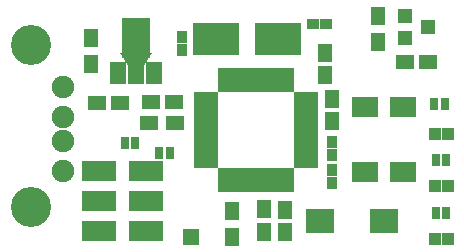
<source format=gts>
G04 #@! TF.GenerationSoftware,KiCad,Pcbnew,5.1.2-f72e74a~84~ubuntu16.04.1*
G04 #@! TF.CreationDate,2019-05-31T10:16:47+03:00*
G04 #@! TF.ProjectId,serial_gw_ATSAMD21E,73657269-616c-45f6-9777-5f415453414d,rev?*
G04 #@! TF.SameCoordinates,Original*
G04 #@! TF.FileFunction,Soldermask,Top*
G04 #@! TF.FilePolarity,Negative*
%FSLAX46Y46*%
G04 Gerber Fmt 4.6, Leading zero omitted, Abs format (unit mm)*
G04 Created by KiCad (PCBNEW 5.1.2-f72e74a~84~ubuntu16.04.1) date 2019-05-31 10:16:47*
%MOMM*%
%LPD*%
G04 APERTURE LIST*
%ADD10C,1.901140*%
%ADD11C,3.399740*%
%ADD12R,0.800000X1.000000*%
%ADD13R,1.000000X1.100000*%
%ADD14R,2.300000X1.700000*%
%ADD15R,1.400000X1.400000*%
%ADD16R,1.150000X1.600000*%
%ADD17R,0.900000X1.000000*%
%ADD18R,1.600000X1.150000*%
%ADD19R,1.000000X0.900000*%
%ADD20R,2.900000X1.670000*%
%ADD21R,1.300000X1.600000*%
%ADD22R,1.600000X1.300000*%
%ADD23R,2.400000X2.000000*%
%ADD24R,0.950000X2.000000*%
%ADD25R,2.000000X0.950000*%
%ADD26R,1.300000X1.200000*%
%ADD27C,1.150000*%
%ADD28C,0.100000*%
%ADD29R,2.400000X3.400000*%
%ADD30R,1.400000X1.900000*%
%ADD31R,3.900000X2.800000*%
G04 APERTURE END LIST*
D10*
X109802120Y-91712860D03*
X109802120Y-89172860D03*
X109802120Y-87140860D03*
X109802120Y-84600860D03*
D11*
X107135120Y-94760860D03*
X107135120Y-81044860D03*
D12*
X118850000Y-90200000D03*
X117950000Y-90200000D03*
X115050000Y-89400000D03*
X115950000Y-89400000D03*
X142150000Y-86100000D03*
X141250000Y-86100000D03*
X142300000Y-95300000D03*
X141400000Y-95300000D03*
X142300000Y-90800000D03*
X141400000Y-90800000D03*
D13*
X142400000Y-88600000D03*
X141300000Y-88600000D03*
X142400000Y-93000000D03*
X141300000Y-93000000D03*
X142400000Y-97500000D03*
X141300000Y-97500000D03*
D14*
X138600000Y-91850000D03*
X138600000Y-86350000D03*
X135400000Y-86350000D03*
X135400000Y-91850000D03*
D15*
X120700000Y-97300000D03*
D16*
X132600000Y-87550000D03*
X132600000Y-85650000D03*
D17*
X132600000Y-90400000D03*
X132600000Y-89300000D03*
X119900000Y-80400000D03*
X119900000Y-81500000D03*
D18*
X138800000Y-82500000D03*
X140700000Y-82500000D03*
D16*
X132000000Y-81750000D03*
X132000000Y-83650000D03*
X128640000Y-95010000D03*
X128640000Y-96910000D03*
X126830000Y-94990000D03*
X126830000Y-96890000D03*
D19*
X131000000Y-79300000D03*
X132100000Y-79300000D03*
D17*
X132600000Y-91700000D03*
X132600000Y-92800000D03*
D18*
X114650000Y-86000000D03*
X112750000Y-86000000D03*
X119200000Y-85900000D03*
X117300000Y-85900000D03*
D20*
X116860000Y-96800000D03*
X116860000Y-94300000D03*
X116860000Y-91760000D03*
X112860000Y-91760000D03*
X112860000Y-94300000D03*
X112860000Y-96840000D03*
D21*
X112200000Y-80500000D03*
X112200000Y-82700000D03*
X124100000Y-97300000D03*
X124100000Y-95100000D03*
X136500000Y-78600000D03*
X136500000Y-80800000D03*
D22*
X119300000Y-87700000D03*
X117100000Y-87700000D03*
D23*
X131600000Y-96000000D03*
X137000000Y-96000000D03*
D24*
X128950000Y-92550000D03*
X128150000Y-92550000D03*
X127350000Y-92550000D03*
X126550000Y-92550000D03*
X125750000Y-92550000D03*
X124950000Y-92550000D03*
X124150000Y-92550000D03*
X123350000Y-92550000D03*
D25*
X121900000Y-91100000D03*
X121900000Y-90300000D03*
X121900000Y-89500000D03*
X121900000Y-88700000D03*
X121900000Y-87900000D03*
X121900000Y-87100000D03*
X121900000Y-86300000D03*
X121900000Y-85500000D03*
D24*
X123350000Y-84050000D03*
X124150000Y-84050000D03*
X124950000Y-84050000D03*
X125750000Y-84050000D03*
X126550000Y-84050000D03*
X127350000Y-84050000D03*
X128150000Y-84050000D03*
X128950000Y-84050000D03*
D25*
X130400000Y-85500000D03*
X130400000Y-86300000D03*
X130400000Y-87100000D03*
X130400000Y-87900000D03*
X130400000Y-88700000D03*
X130400000Y-89500000D03*
X130400000Y-90300000D03*
X130400000Y-91100000D03*
D26*
X140750000Y-79550000D03*
X138750000Y-80500000D03*
X138750000Y-78600000D03*
D27*
X116000000Y-82350000D03*
D28*
G36*
X117373703Y-81775000D02*
G01*
X116607037Y-82925000D01*
X115392963Y-82925000D01*
X114626297Y-81775000D01*
X117373703Y-81775000D01*
X117373703Y-81775000D01*
G37*
D29*
X116000000Y-80500000D03*
D30*
X117500000Y-83460000D03*
X116000000Y-83460000D03*
X114500000Y-83460000D03*
D31*
X128000000Y-80600000D03*
X122800000Y-80600000D03*
M02*

</source>
